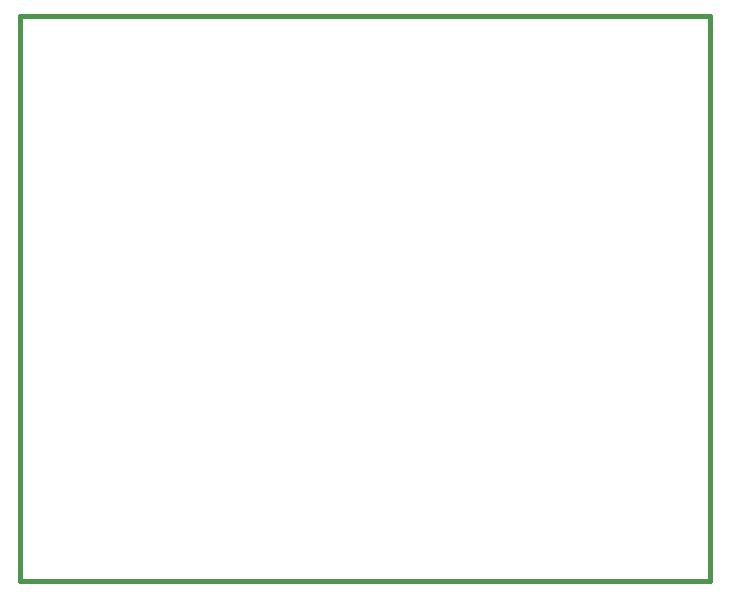
<source format=gko>
G04 Layer: BoardOutline*
G04 EasyEDA v6.4.7, 2020-11-30T09:48:28+01:00*
G04 ec7fddcfb250444d8e3ff838e6161cd1,b786752bb5b344d598dffec7f8d735c0,10*
G04 Gerber Generator version 0.2*
G04 Scale: 100 percent, Rotated: No, Reflected: No *
G04 Dimensions in millimeters *
G04 leading zeros omitted , absolute positions ,3 integer and 3 decimal *
%FSLAX33Y33*%
%MOMM*%
G90*
D02*

%ADD10C,0.381000*%
G54D10*
G01X0Y47879D02*
G01X381Y47879D01*
G01X58420Y47879D01*
G01X58420Y0D01*
G01X0Y0D01*
G01X0Y47879D01*

%LPD*%
M00*
M02*

</source>
